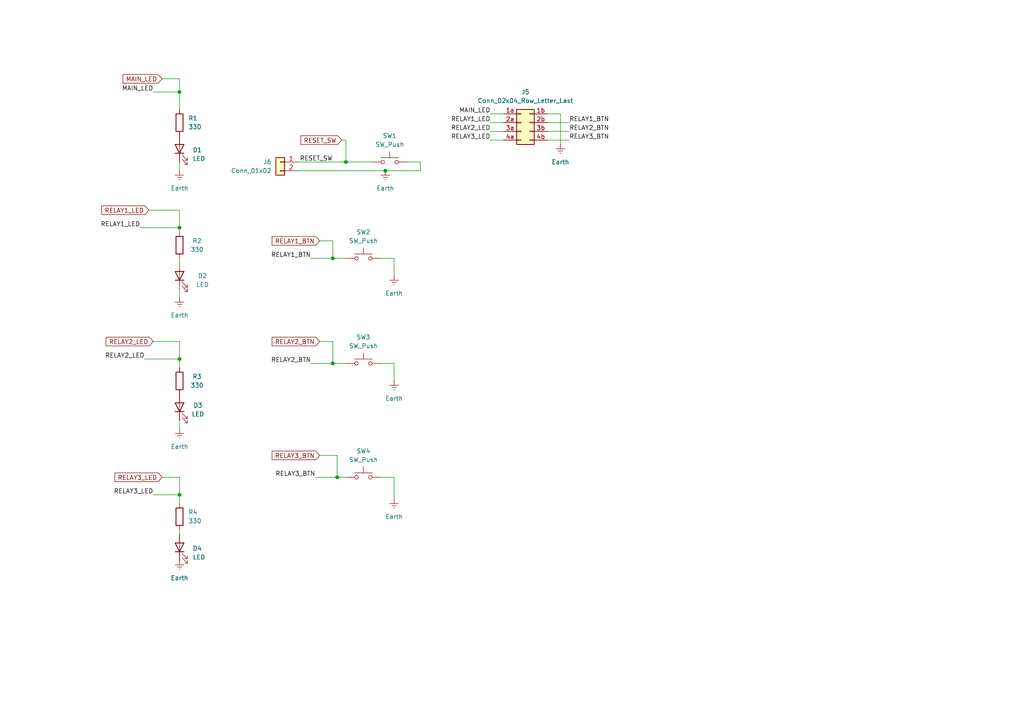
<source format=kicad_sch>
(kicad_sch
	(version 20231120)
	(generator "eeschema")
	(generator_version "8.0")
	(uuid "2201d220-5502-4d36-9172-2a3c6bcce08f")
	(paper "A4")
	(lib_symbols
		(symbol "Connector_Generic:Conn_01x02"
			(pin_names
				(offset 1.016) hide)
			(exclude_from_sim no)
			(in_bom yes)
			(on_board yes)
			(property "Reference" "J"
				(at 0 2.54 0)
				(effects
					(font
						(size 1.27 1.27)
					)
				)
			)
			(property "Value" "Conn_01x02"
				(at 0 -5.08 0)
				(effects
					(font
						(size 1.27 1.27)
					)
				)
			)
			(property "Footprint" ""
				(at 0 0 0)
				(effects
					(font
						(size 1.27 1.27)
					)
					(hide yes)
				)
			)
			(property "Datasheet" "~"
				(at 0 0 0)
				(effects
					(font
						(size 1.27 1.27)
					)
					(hide yes)
				)
			)
			(property "Description" "Generic connector, single row, 01x02, script generated (kicad-library-utils/schlib/autogen/connector/)"
				(at 0 0 0)
				(effects
					(font
						(size 1.27 1.27)
					)
					(hide yes)
				)
			)
			(property "ki_keywords" "connector"
				(at 0 0 0)
				(effects
					(font
						(size 1.27 1.27)
					)
					(hide yes)
				)
			)
			(property "ki_fp_filters" "Connector*:*_1x??_*"
				(at 0 0 0)
				(effects
					(font
						(size 1.27 1.27)
					)
					(hide yes)
				)
			)
			(symbol "Conn_01x02_1_1"
				(rectangle
					(start -1.27 -2.413)
					(end 0 -2.667)
					(stroke
						(width 0.1524)
						(type default)
					)
					(fill
						(type none)
					)
				)
				(rectangle
					(start -1.27 0.127)
					(end 0 -0.127)
					(stroke
						(width 0.1524)
						(type default)
					)
					(fill
						(type none)
					)
				)
				(rectangle
					(start -1.27 1.27)
					(end 1.27 -3.81)
					(stroke
						(width 0.254)
						(type default)
					)
					(fill
						(type background)
					)
				)
				(pin passive line
					(at -5.08 0 0)
					(length 3.81)
					(name "Pin_1"
						(effects
							(font
								(size 1.27 1.27)
							)
						)
					)
					(number "1"
						(effects
							(font
								(size 1.27 1.27)
							)
						)
					)
				)
				(pin passive line
					(at -5.08 -2.54 0)
					(length 3.81)
					(name "Pin_2"
						(effects
							(font
								(size 1.27 1.27)
							)
						)
					)
					(number "2"
						(effects
							(font
								(size 1.27 1.27)
							)
						)
					)
				)
			)
		)
		(symbol "Connector_Generic:Conn_02x04_Row_Letter_Last"
			(pin_names
				(offset 1.016) hide)
			(exclude_from_sim no)
			(in_bom yes)
			(on_board yes)
			(property "Reference" "J"
				(at 1.27 5.08 0)
				(effects
					(font
						(size 1.27 1.27)
					)
				)
			)
			(property "Value" "Conn_02x04_Row_Letter_Last"
				(at 1.27 -7.62 0)
				(effects
					(font
						(size 1.27 1.27)
					)
				)
			)
			(property "Footprint" ""
				(at 0 0 0)
				(effects
					(font
						(size 1.27 1.27)
					)
					(hide yes)
				)
			)
			(property "Datasheet" "~"
				(at 0 0 0)
				(effects
					(font
						(size 1.27 1.27)
					)
					(hide yes)
				)
			)
			(property "Description" "Generic connector, double row, 02x04, row letter last pin numbering scheme (pin number consists of a letter for the row and a number for the pin index in this row. 1a, ..., Na; 1b, ..., Nb)), script generated (kicad-library-utils/schlib/autogen/connector/)"
				(at 0 0 0)
				(effects
					(font
						(size 1.27 1.27)
					)
					(hide yes)
				)
			)
			(property "ki_keywords" "connector"
				(at 0 0 0)
				(effects
					(font
						(size 1.27 1.27)
					)
					(hide yes)
				)
			)
			(property "ki_fp_filters" "Connector*:*_2x??_*"
				(at 0 0 0)
				(effects
					(font
						(size 1.27 1.27)
					)
					(hide yes)
				)
			)
			(symbol "Conn_02x04_Row_Letter_Last_1_1"
				(rectangle
					(start -1.27 -4.953)
					(end 0 -5.207)
					(stroke
						(width 0.1524)
						(type default)
					)
					(fill
						(type none)
					)
				)
				(rectangle
					(start -1.27 -2.413)
					(end 0 -2.667)
					(stroke
						(width 0.1524)
						(type default)
					)
					(fill
						(type none)
					)
				)
				(rectangle
					(start -1.27 0.127)
					(end 0 -0.127)
					(stroke
						(width 0.1524)
						(type default)
					)
					(fill
						(type none)
					)
				)
				(rectangle
					(start -1.27 2.667)
					(end 0 2.413)
					(stroke
						(width 0.1524)
						(type default)
					)
					(fill
						(type none)
					)
				)
				(rectangle
					(start -1.27 3.81)
					(end 3.81 -6.35)
					(stroke
						(width 0.254)
						(type default)
					)
					(fill
						(type background)
					)
				)
				(rectangle
					(start 3.81 -4.953)
					(end 2.54 -5.207)
					(stroke
						(width 0.1524)
						(type default)
					)
					(fill
						(type none)
					)
				)
				(rectangle
					(start 3.81 -2.413)
					(end 2.54 -2.667)
					(stroke
						(width 0.1524)
						(type default)
					)
					(fill
						(type none)
					)
				)
				(rectangle
					(start 3.81 0.127)
					(end 2.54 -0.127)
					(stroke
						(width 0.1524)
						(type default)
					)
					(fill
						(type none)
					)
				)
				(rectangle
					(start 3.81 2.667)
					(end 2.54 2.413)
					(stroke
						(width 0.1524)
						(type default)
					)
					(fill
						(type none)
					)
				)
				(pin passive line
					(at -5.08 2.54 0)
					(length 3.81)
					(name "Pin_1a"
						(effects
							(font
								(size 1.27 1.27)
							)
						)
					)
					(number "1a"
						(effects
							(font
								(size 1.27 1.27)
							)
						)
					)
				)
				(pin passive line
					(at 7.62 2.54 180)
					(length 3.81)
					(name "Pin_1b"
						(effects
							(font
								(size 1.27 1.27)
							)
						)
					)
					(number "1b"
						(effects
							(font
								(size 1.27 1.27)
							)
						)
					)
				)
				(pin passive line
					(at -5.08 0 0)
					(length 3.81)
					(name "Pin_2a"
						(effects
							(font
								(size 1.27 1.27)
							)
						)
					)
					(number "2a"
						(effects
							(font
								(size 1.27 1.27)
							)
						)
					)
				)
				(pin passive line
					(at 7.62 0 180)
					(length 3.81)
					(name "Pin_2b"
						(effects
							(font
								(size 1.27 1.27)
							)
						)
					)
					(number "2b"
						(effects
							(font
								(size 1.27 1.27)
							)
						)
					)
				)
				(pin passive line
					(at -5.08 -2.54 0)
					(length 3.81)
					(name "Pin_3a"
						(effects
							(font
								(size 1.27 1.27)
							)
						)
					)
					(number "3a"
						(effects
							(font
								(size 1.27 1.27)
							)
						)
					)
				)
				(pin passive line
					(at 7.62 -2.54 180)
					(length 3.81)
					(name "Pin_3b"
						(effects
							(font
								(size 1.27 1.27)
							)
						)
					)
					(number "3b"
						(effects
							(font
								(size 1.27 1.27)
							)
						)
					)
				)
				(pin passive line
					(at -5.08 -5.08 0)
					(length 3.81)
					(name "Pin_4a"
						(effects
							(font
								(size 1.27 1.27)
							)
						)
					)
					(number "4a"
						(effects
							(font
								(size 1.27 1.27)
							)
						)
					)
				)
				(pin passive line
					(at 7.62 -5.08 180)
					(length 3.81)
					(name "Pin_4b"
						(effects
							(font
								(size 1.27 1.27)
							)
						)
					)
					(number "4b"
						(effects
							(font
								(size 1.27 1.27)
							)
						)
					)
				)
			)
		)
		(symbol "Device:LED"
			(pin_numbers hide)
			(pin_names
				(offset 1.016) hide)
			(exclude_from_sim no)
			(in_bom yes)
			(on_board yes)
			(property "Reference" "D"
				(at 0 2.54 0)
				(effects
					(font
						(size 1.27 1.27)
					)
				)
			)
			(property "Value" "LED"
				(at 0 -2.54 0)
				(effects
					(font
						(size 1.27 1.27)
					)
				)
			)
			(property "Footprint" ""
				(at 0 0 0)
				(effects
					(font
						(size 1.27 1.27)
					)
					(hide yes)
				)
			)
			(property "Datasheet" "~"
				(at 0 0 0)
				(effects
					(font
						(size 1.27 1.27)
					)
					(hide yes)
				)
			)
			(property "Description" "Light emitting diode"
				(at 0 0 0)
				(effects
					(font
						(size 1.27 1.27)
					)
					(hide yes)
				)
			)
			(property "ki_keywords" "LED diode"
				(at 0 0 0)
				(effects
					(font
						(size 1.27 1.27)
					)
					(hide yes)
				)
			)
			(property "ki_fp_filters" "LED* LED_SMD:* LED_THT:*"
				(at 0 0 0)
				(effects
					(font
						(size 1.27 1.27)
					)
					(hide yes)
				)
			)
			(symbol "LED_0_1"
				(polyline
					(pts
						(xy -1.27 -1.27) (xy -1.27 1.27)
					)
					(stroke
						(width 0.254)
						(type default)
					)
					(fill
						(type none)
					)
				)
				(polyline
					(pts
						(xy -1.27 0) (xy 1.27 0)
					)
					(stroke
						(width 0)
						(type default)
					)
					(fill
						(type none)
					)
				)
				(polyline
					(pts
						(xy 1.27 -1.27) (xy 1.27 1.27) (xy -1.27 0) (xy 1.27 -1.27)
					)
					(stroke
						(width 0.254)
						(type default)
					)
					(fill
						(type none)
					)
				)
				(polyline
					(pts
						(xy -3.048 -0.762) (xy -4.572 -2.286) (xy -3.81 -2.286) (xy -4.572 -2.286) (xy -4.572 -1.524)
					)
					(stroke
						(width 0)
						(type default)
					)
					(fill
						(type none)
					)
				)
				(polyline
					(pts
						(xy -1.778 -0.762) (xy -3.302 -2.286) (xy -2.54 -2.286) (xy -3.302 -2.286) (xy -3.302 -1.524)
					)
					(stroke
						(width 0)
						(type default)
					)
					(fill
						(type none)
					)
				)
			)
			(symbol "LED_1_1"
				(pin passive line
					(at -3.81 0 0)
					(length 2.54)
					(name "K"
						(effects
							(font
								(size 1.27 1.27)
							)
						)
					)
					(number "1"
						(effects
							(font
								(size 1.27 1.27)
							)
						)
					)
				)
				(pin passive line
					(at 3.81 0 180)
					(length 2.54)
					(name "A"
						(effects
							(font
								(size 1.27 1.27)
							)
						)
					)
					(number "2"
						(effects
							(font
								(size 1.27 1.27)
							)
						)
					)
				)
			)
		)
		(symbol "Device:R"
			(pin_numbers hide)
			(pin_names
				(offset 0)
			)
			(exclude_from_sim no)
			(in_bom yes)
			(on_board yes)
			(property "Reference" "R"
				(at 2.032 0 90)
				(effects
					(font
						(size 1.27 1.27)
					)
				)
			)
			(property "Value" "R"
				(at 0 0 90)
				(effects
					(font
						(size 1.27 1.27)
					)
				)
			)
			(property "Footprint" ""
				(at -1.778 0 90)
				(effects
					(font
						(size 1.27 1.27)
					)
					(hide yes)
				)
			)
			(property "Datasheet" "~"
				(at 0 0 0)
				(effects
					(font
						(size 1.27 1.27)
					)
					(hide yes)
				)
			)
			(property "Description" "Resistor"
				(at 0 0 0)
				(effects
					(font
						(size 1.27 1.27)
					)
					(hide yes)
				)
			)
			(property "ki_keywords" "R res resistor"
				(at 0 0 0)
				(effects
					(font
						(size 1.27 1.27)
					)
					(hide yes)
				)
			)
			(property "ki_fp_filters" "R_*"
				(at 0 0 0)
				(effects
					(font
						(size 1.27 1.27)
					)
					(hide yes)
				)
			)
			(symbol "R_0_1"
				(rectangle
					(start -1.016 -2.54)
					(end 1.016 2.54)
					(stroke
						(width 0.254)
						(type default)
					)
					(fill
						(type none)
					)
				)
			)
			(symbol "R_1_1"
				(pin passive line
					(at 0 3.81 270)
					(length 1.27)
					(name "~"
						(effects
							(font
								(size 1.27 1.27)
							)
						)
					)
					(number "1"
						(effects
							(font
								(size 1.27 1.27)
							)
						)
					)
				)
				(pin passive line
					(at 0 -3.81 90)
					(length 1.27)
					(name "~"
						(effects
							(font
								(size 1.27 1.27)
							)
						)
					)
					(number "2"
						(effects
							(font
								(size 1.27 1.27)
							)
						)
					)
				)
			)
		)
		(symbol "Switch:SW_Push"
			(pin_numbers hide)
			(pin_names
				(offset 1.016) hide)
			(exclude_from_sim no)
			(in_bom yes)
			(on_board yes)
			(property "Reference" "SW"
				(at 1.27 2.54 0)
				(effects
					(font
						(size 1.27 1.27)
					)
					(justify left)
				)
			)
			(property "Value" "SW_Push"
				(at 0 -1.524 0)
				(effects
					(font
						(size 1.27 1.27)
					)
				)
			)
			(property "Footprint" ""
				(at 0 5.08 0)
				(effects
					(font
						(size 1.27 1.27)
					)
					(hide yes)
				)
			)
			(property "Datasheet" "~"
				(at 0 5.08 0)
				(effects
					(font
						(size 1.27 1.27)
					)
					(hide yes)
				)
			)
			(property "Description" "Push button switch, generic, two pins"
				(at 0 0 0)
				(effects
					(font
						(size 1.27 1.27)
					)
					(hide yes)
				)
			)
			(property "ki_keywords" "switch normally-open pushbutton push-button"
				(at 0 0 0)
				(effects
					(font
						(size 1.27 1.27)
					)
					(hide yes)
				)
			)
			(symbol "SW_Push_0_1"
				(circle
					(center -2.032 0)
					(radius 0.508)
					(stroke
						(width 0)
						(type default)
					)
					(fill
						(type none)
					)
				)
				(polyline
					(pts
						(xy 0 1.27) (xy 0 3.048)
					)
					(stroke
						(width 0)
						(type default)
					)
					(fill
						(type none)
					)
				)
				(polyline
					(pts
						(xy 2.54 1.27) (xy -2.54 1.27)
					)
					(stroke
						(width 0)
						(type default)
					)
					(fill
						(type none)
					)
				)
				(circle
					(center 2.032 0)
					(radius 0.508)
					(stroke
						(width 0)
						(type default)
					)
					(fill
						(type none)
					)
				)
				(pin passive line
					(at -5.08 0 0)
					(length 2.54)
					(name "1"
						(effects
							(font
								(size 1.27 1.27)
							)
						)
					)
					(number "1"
						(effects
							(font
								(size 1.27 1.27)
							)
						)
					)
				)
				(pin passive line
					(at 5.08 0 180)
					(length 2.54)
					(name "2"
						(effects
							(font
								(size 1.27 1.27)
							)
						)
					)
					(number "2"
						(effects
							(font
								(size 1.27 1.27)
							)
						)
					)
				)
			)
		)
		(symbol "power:Earth"
			(power)
			(pin_numbers hide)
			(pin_names
				(offset 0) hide)
			(exclude_from_sim no)
			(in_bom yes)
			(on_board yes)
			(property "Reference" "#PWR"
				(at 0 -6.35 0)
				(effects
					(font
						(size 1.27 1.27)
					)
					(hide yes)
				)
			)
			(property "Value" "Earth"
				(at 0 -3.81 0)
				(effects
					(font
						(size 1.27 1.27)
					)
				)
			)
			(property "Footprint" ""
				(at 0 0 0)
				(effects
					(font
						(size 1.27 1.27)
					)
					(hide yes)
				)
			)
			(property "Datasheet" "~"
				(at 0 0 0)
				(effects
					(font
						(size 1.27 1.27)
					)
					(hide yes)
				)
			)
			(property "Description" "Power symbol creates a global label with name \"Earth\""
				(at 0 0 0)
				(effects
					(font
						(size 1.27 1.27)
					)
					(hide yes)
				)
			)
			(property "ki_keywords" "global ground gnd"
				(at 0 0 0)
				(effects
					(font
						(size 1.27 1.27)
					)
					(hide yes)
				)
			)
			(symbol "Earth_0_1"
				(polyline
					(pts
						(xy -0.635 -1.905) (xy 0.635 -1.905)
					)
					(stroke
						(width 0)
						(type default)
					)
					(fill
						(type none)
					)
				)
				(polyline
					(pts
						(xy -0.127 -2.54) (xy 0.127 -2.54)
					)
					(stroke
						(width 0)
						(type default)
					)
					(fill
						(type none)
					)
				)
				(polyline
					(pts
						(xy 0 -1.27) (xy 0 0)
					)
					(stroke
						(width 0)
						(type default)
					)
					(fill
						(type none)
					)
				)
				(polyline
					(pts
						(xy 1.27 -1.27) (xy -1.27 -1.27)
					)
					(stroke
						(width 0)
						(type default)
					)
					(fill
						(type none)
					)
				)
			)
			(symbol "Earth_1_1"
				(pin power_in line
					(at 0 0 270)
					(length 0)
					(name "~"
						(effects
							(font
								(size 1.27 1.27)
							)
						)
					)
					(number "1"
						(effects
							(font
								(size 1.27 1.27)
							)
						)
					)
				)
			)
		)
	)
	(junction
		(at 96.52 74.93)
		(diameter 0)
		(color 0 0 0 0)
		(uuid "27e48dac-a365-4333-be9e-341b07da0658")
	)
	(junction
		(at 100.33 46.99)
		(diameter 0)
		(color 0 0 0 0)
		(uuid "30a4f246-e3c8-46d5-a06d-7543aba532e6")
	)
	(junction
		(at 52.07 143.51)
		(diameter 0)
		(color 0 0 0 0)
		(uuid "3f3acabc-9af3-4011-9ba0-76164ab53d91")
	)
	(junction
		(at 52.07 66.04)
		(diameter 0)
		(color 0 0 0 0)
		(uuid "592aa33e-6fcf-4950-9772-25f3462509a2")
	)
	(junction
		(at 97.79 138.43)
		(diameter 0)
		(color 0 0 0 0)
		(uuid "8e7dda66-9ae9-4329-a4f0-aa7a9537d085")
	)
	(junction
		(at 52.07 26.67)
		(diameter 0)
		(color 0 0 0 0)
		(uuid "a3903ae9-f0da-4c62-9117-16a2e5c721ec")
	)
	(junction
		(at 96.52 105.41)
		(diameter 0)
		(color 0 0 0 0)
		(uuid "d5e3735b-f22e-46be-861c-aae1609918a8")
	)
	(junction
		(at 52.07 104.14)
		(diameter 0)
		(color 0 0 0 0)
		(uuid "d73f47bd-7ee2-4516-8a8b-29209e0525a6")
	)
	(junction
		(at 111.76 49.53)
		(diameter 0)
		(color 0 0 0 0)
		(uuid "df6e3985-d5db-40e2-8036-db85db348637")
	)
	(wire
		(pts
			(xy 96.52 69.85) (xy 92.71 69.85)
		)
		(stroke
			(width 0)
			(type default)
		)
		(uuid "00e4d8b3-0c85-422b-8fdb-73547a096a45")
	)
	(wire
		(pts
			(xy 52.07 74.93) (xy 52.07 76.2)
		)
		(stroke
			(width 0)
			(type default)
		)
		(uuid "01cf640a-e17c-490e-b0e9-1612d5873717")
	)
	(wire
		(pts
			(xy 44.45 143.51) (xy 52.07 143.51)
		)
		(stroke
			(width 0)
			(type default)
		)
		(uuid "04a1e8b0-e1ac-4dee-aed6-22b3939028d3")
	)
	(wire
		(pts
			(xy 100.33 40.64) (xy 100.33 46.99)
		)
		(stroke
			(width 0)
			(type default)
		)
		(uuid "0521d067-46ee-4a18-9db8-6739bcaf7088")
	)
	(wire
		(pts
			(xy 52.07 60.96) (xy 52.07 66.04)
		)
		(stroke
			(width 0)
			(type default)
		)
		(uuid "0704805b-2082-402f-a8a8-a5f83efbf13b")
	)
	(wire
		(pts
			(xy 142.24 33.02) (xy 146.05 33.02)
		)
		(stroke
			(width 0)
			(type default)
		)
		(uuid "09a4964b-1035-43b7-883e-234b5fb7e362")
	)
	(wire
		(pts
			(xy 92.71 132.08) (xy 97.79 132.08)
		)
		(stroke
			(width 0)
			(type default)
		)
		(uuid "0a912891-4bdc-416f-b588-a7d2dc9b6c24")
	)
	(wire
		(pts
			(xy 52.07 121.92) (xy 52.07 124.46)
		)
		(stroke
			(width 0)
			(type default)
		)
		(uuid "12b495f4-f0c2-43a6-9adb-c455fc4e9464")
	)
	(wire
		(pts
			(xy 52.07 153.67) (xy 52.07 154.94)
		)
		(stroke
			(width 0)
			(type default)
		)
		(uuid "194562c0-ce47-450b-90ba-b4fe35362dfc")
	)
	(wire
		(pts
			(xy 92.71 99.06) (xy 96.52 99.06)
		)
		(stroke
			(width 0)
			(type default)
		)
		(uuid "1a6d3d8d-73d2-4be7-918e-e70a7eab8a7f")
	)
	(wire
		(pts
			(xy 158.75 33.02) (xy 162.56 33.02)
		)
		(stroke
			(width 0)
			(type default)
		)
		(uuid "1d5e41f7-dfe3-49a9-b79a-986544539fa5")
	)
	(wire
		(pts
			(xy 44.45 99.06) (xy 52.07 99.06)
		)
		(stroke
			(width 0)
			(type default)
		)
		(uuid "1dcf3661-43f9-4abd-bc31-82ee219cd83b")
	)
	(wire
		(pts
			(xy 96.52 69.85) (xy 96.52 74.93)
		)
		(stroke
			(width 0)
			(type default)
		)
		(uuid "267d2a3b-281e-4879-856f-62c61e6cdf9d")
	)
	(wire
		(pts
			(xy 52.07 66.04) (xy 52.07 67.31)
		)
		(stroke
			(width 0)
			(type default)
		)
		(uuid "29ce70cf-a18c-4bfd-9b80-01d814396c75")
	)
	(wire
		(pts
			(xy 121.92 46.99) (xy 121.92 49.53)
		)
		(stroke
			(width 0)
			(type default)
		)
		(uuid "33b6aa7c-f16e-41b2-885b-48b0af184f0b")
	)
	(wire
		(pts
			(xy 44.45 26.67) (xy 52.07 26.67)
		)
		(stroke
			(width 0)
			(type default)
		)
		(uuid "373d0e13-d0e5-41b0-8617-d00eaf198264")
	)
	(wire
		(pts
			(xy 118.11 46.99) (xy 121.92 46.99)
		)
		(stroke
			(width 0)
			(type default)
		)
		(uuid "3c763ea0-6c70-4fb2-b770-f9276141b7ab")
	)
	(wire
		(pts
			(xy 99.06 40.64) (xy 100.33 40.64)
		)
		(stroke
			(width 0)
			(type default)
		)
		(uuid "4054f464-fcad-4cf8-87da-d7d6efc673a8")
	)
	(wire
		(pts
			(xy 110.49 105.41) (xy 114.3 105.41)
		)
		(stroke
			(width 0)
			(type default)
		)
		(uuid "43f7e056-75fb-4f69-b5c2-2f7a70e46532")
	)
	(wire
		(pts
			(xy 52.07 46.99) (xy 52.07 49.53)
		)
		(stroke
			(width 0)
			(type default)
		)
		(uuid "4595754d-bf45-45dd-a6b5-d2f9db0ac455")
	)
	(wire
		(pts
			(xy 52.07 104.14) (xy 52.07 99.06)
		)
		(stroke
			(width 0)
			(type default)
		)
		(uuid "45e4a240-c61a-47bf-a75a-c0ee6a8aae4c")
	)
	(wire
		(pts
			(xy 90.17 105.41) (xy 96.52 105.41)
		)
		(stroke
			(width 0)
			(type default)
		)
		(uuid "4ac5f814-e13d-43a7-b968-18dc5050e770")
	)
	(wire
		(pts
			(xy 91.44 138.43) (xy 97.79 138.43)
		)
		(stroke
			(width 0)
			(type default)
		)
		(uuid "4ecd3e7e-f15a-48d6-98ed-13297185506a")
	)
	(wire
		(pts
			(xy 52.07 143.51) (xy 52.07 146.05)
		)
		(stroke
			(width 0)
			(type default)
		)
		(uuid "4f88d617-b4d7-4765-b81a-4f4ac5e44f59")
	)
	(wire
		(pts
			(xy 96.52 105.41) (xy 100.33 105.41)
		)
		(stroke
			(width 0)
			(type default)
		)
		(uuid "50e6cee4-100a-4c0b-8f1c-cf857ed0ee64")
	)
	(wire
		(pts
			(xy 90.17 74.93) (xy 96.52 74.93)
		)
		(stroke
			(width 0)
			(type default)
		)
		(uuid "612c3c16-4395-44b5-88df-7531a2410595")
	)
	(wire
		(pts
			(xy 52.07 138.43) (xy 52.07 143.51)
		)
		(stroke
			(width 0)
			(type default)
		)
		(uuid "681a80a6-6006-42ca-b5ba-094901bda4a3")
	)
	(wire
		(pts
			(xy 114.3 74.93) (xy 114.3 80.01)
		)
		(stroke
			(width 0)
			(type default)
		)
		(uuid "73e15cf3-2169-4a38-a790-dd84cb6f394e")
	)
	(wire
		(pts
			(xy 86.36 46.99) (xy 100.33 46.99)
		)
		(stroke
			(width 0)
			(type default)
		)
		(uuid "744feab5-7b1a-4cc3-bc36-b6df59bded90")
	)
	(wire
		(pts
			(xy 97.79 138.43) (xy 100.33 138.43)
		)
		(stroke
			(width 0)
			(type default)
		)
		(uuid "879eddbf-2603-44c3-8d97-9db5ee992392")
	)
	(wire
		(pts
			(xy 52.07 106.68) (xy 52.07 104.14)
		)
		(stroke
			(width 0)
			(type default)
		)
		(uuid "8b71e21c-edee-481b-817b-40a5750152cd")
	)
	(wire
		(pts
			(xy 46.99 138.43) (xy 52.07 138.43)
		)
		(stroke
			(width 0)
			(type default)
		)
		(uuid "90d1e9a9-bfd9-48fb-8959-65c2cdec4f72")
	)
	(wire
		(pts
			(xy 46.99 22.86) (xy 52.07 22.86)
		)
		(stroke
			(width 0)
			(type default)
		)
		(uuid "91162d8c-0f0f-46cf-a528-3e39a3a838aa")
	)
	(wire
		(pts
			(xy 52.07 26.67) (xy 52.07 31.75)
		)
		(stroke
			(width 0)
			(type default)
		)
		(uuid "931d2db0-f99e-4b67-abfd-d5e22786c18e")
	)
	(wire
		(pts
			(xy 114.3 138.43) (xy 114.3 144.78)
		)
		(stroke
			(width 0)
			(type default)
		)
		(uuid "a3914caa-22c4-4764-8d96-1e858d1aef08")
	)
	(wire
		(pts
			(xy 158.75 38.1) (xy 165.1 38.1)
		)
		(stroke
			(width 0)
			(type default)
		)
		(uuid "a54054e8-af57-4a68-adaa-e2fca4f5ac81")
	)
	(wire
		(pts
			(xy 110.49 138.43) (xy 114.3 138.43)
		)
		(stroke
			(width 0)
			(type default)
		)
		(uuid "ab619a8f-9abb-4ca6-a966-3e20b5c6ff89")
	)
	(wire
		(pts
			(xy 96.52 99.06) (xy 96.52 105.41)
		)
		(stroke
			(width 0)
			(type default)
		)
		(uuid "b5285eff-b133-49c1-b4a7-3e73f4acba0b")
	)
	(wire
		(pts
			(xy 110.49 74.93) (xy 114.3 74.93)
		)
		(stroke
			(width 0)
			(type default)
		)
		(uuid "c00e0dc7-47b1-4833-ad6d-539f2e685232")
	)
	(wire
		(pts
			(xy 158.75 40.64) (xy 165.1 40.64)
		)
		(stroke
			(width 0)
			(type default)
		)
		(uuid "c083a56c-1a65-477f-adf0-3711a9587899")
	)
	(wire
		(pts
			(xy 43.18 60.96) (xy 52.07 60.96)
		)
		(stroke
			(width 0)
			(type default)
		)
		(uuid "c2580f8e-43d2-4610-8253-06e223cff480")
	)
	(wire
		(pts
			(xy 52.07 22.86) (xy 52.07 26.67)
		)
		(stroke
			(width 0)
			(type default)
		)
		(uuid "c6975af5-be3b-4e0f-b4b6-5ed0aa11b1f8")
	)
	(wire
		(pts
			(xy 142.24 38.1) (xy 146.05 38.1)
		)
		(stroke
			(width 0)
			(type default)
		)
		(uuid "d1e9ac40-a175-444c-863a-34c6635facb1")
	)
	(wire
		(pts
			(xy 158.75 35.56) (xy 165.1 35.56)
		)
		(stroke
			(width 0)
			(type default)
		)
		(uuid "d5692cb5-655a-4c81-82d5-672cb39f5501")
	)
	(wire
		(pts
			(xy 86.36 49.53) (xy 111.76 49.53)
		)
		(stroke
			(width 0)
			(type default)
		)
		(uuid "e2bf9e12-cd27-42d1-a2cc-aa68c9496052")
	)
	(wire
		(pts
			(xy 114.3 105.41) (xy 114.3 110.49)
		)
		(stroke
			(width 0)
			(type default)
		)
		(uuid "e35cfbae-4f31-48a7-b7c3-df57fd00e766")
	)
	(wire
		(pts
			(xy 97.79 132.08) (xy 97.79 138.43)
		)
		(stroke
			(width 0)
			(type default)
		)
		(uuid "e59501a4-2163-4c37-ab21-c6a6f18c0c2f")
	)
	(wire
		(pts
			(xy 111.76 49.53) (xy 121.92 49.53)
		)
		(stroke
			(width 0)
			(type default)
		)
		(uuid "ea3be6aa-1350-40d1-9e8f-67712e598bb9")
	)
	(wire
		(pts
			(xy 142.24 40.64) (xy 146.05 40.64)
		)
		(stroke
			(width 0)
			(type default)
		)
		(uuid "efc1aad4-c3fd-4fc1-8dc5-9708ce9ff333")
	)
	(wire
		(pts
			(xy 40.64 66.04) (xy 52.07 66.04)
		)
		(stroke
			(width 0)
			(type default)
		)
		(uuid "f3441426-bc84-4f09-8c79-e202e75e5734")
	)
	(wire
		(pts
			(xy 41.91 104.14) (xy 52.07 104.14)
		)
		(stroke
			(width 0)
			(type default)
		)
		(uuid "f4ccf0f6-134a-4972-87fd-d08535f3a704")
	)
	(wire
		(pts
			(xy 96.52 74.93) (xy 100.33 74.93)
		)
		(stroke
			(width 0)
			(type default)
		)
		(uuid "f7780373-1232-4fee-8ae0-b808f4855267")
	)
	(wire
		(pts
			(xy 52.07 83.82) (xy 52.07 86.36)
		)
		(stroke
			(width 0)
			(type default)
		)
		(uuid "fbe4fed1-6876-4117-a8f4-c87176e25cc7")
	)
	(wire
		(pts
			(xy 100.33 46.99) (xy 107.95 46.99)
		)
		(stroke
			(width 0)
			(type default)
		)
		(uuid "fc05df8d-1a6d-4ae7-904f-11781490ea38")
	)
	(wire
		(pts
			(xy 162.56 33.02) (xy 162.56 41.91)
		)
		(stroke
			(width 0)
			(type default)
		)
		(uuid "fcbd90d3-3701-478c-8266-f455d9e53b2f")
	)
	(wire
		(pts
			(xy 142.24 35.56) (xy 146.05 35.56)
		)
		(stroke
			(width 0)
			(type default)
		)
		(uuid "ff41e90a-8676-4e7c-a902-4c7c0ac0c99c")
	)
	(label "MAIN_LED"
		(at 44.45 26.67 180)
		(fields_autoplaced yes)
		(effects
			(font
				(size 1.27 1.27)
			)
			(justify right bottom)
		)
		(uuid "103bc17e-7a00-4188-ba83-bd1f85daa6cb")
	)
	(label "RELAY2_LED"
		(at 41.91 104.14 180)
		(fields_autoplaced yes)
		(effects
			(font
				(size 1.27 1.27)
			)
			(justify right bottom)
		)
		(uuid "14351619-49b9-4b1d-a974-2e465d885ef8")
	)
	(label "RELAY2_LED"
		(at 142.24 38.1 180)
		(fields_autoplaced yes)
		(effects
			(font
				(size 1.27 1.27)
			)
			(justify right bottom)
		)
		(uuid "1dcdbcbf-bfdf-4acc-870f-e201e400977c")
	)
	(label "MAIN_LED"
		(at 142.24 33.02 180)
		(fields_autoplaced yes)
		(effects
			(font
				(size 1.27 1.27)
			)
			(justify right bottom)
		)
		(uuid "2d9877bb-792c-4b8b-a316-7ebdf4a60643")
	)
	(label "RELAY3_LED"
		(at 142.24 40.64 180)
		(fields_autoplaced yes)
		(effects
			(font
				(size 1.27 1.27)
			)
			(justify right bottom)
		)
		(uuid "4711e98d-70fd-4a0f-b6f3-b8aca52d7588")
	)
	(label "RESET_SW"
		(at 96.52 46.99 180)
		(fields_autoplaced yes)
		(effects
			(font
				(size 1.27 1.27)
			)
			(justify right bottom)
		)
		(uuid "5f8b039e-6cd5-4a65-82e2-e37ecd9c6cf7")
	)
	(label "RELAY3_LED"
		(at 44.45 143.51 180)
		(fields_autoplaced yes)
		(effects
			(font
				(size 1.27 1.27)
			)
			(justify right bottom)
		)
		(uuid "6a34a100-6966-4762-a105-e7b9e0daa7d6")
	)
	(label "RELAY1_BTN"
		(at 90.17 74.93 180)
		(fields_autoplaced yes)
		(effects
			(font
				(size 1.27 1.27)
			)
			(justify right bottom)
		)
		(uuid "858cc25d-8a01-433d-912e-dc05806682f4")
	)
	(label "RELAY2_BTN"
		(at 165.1 38.1 0)
		(fields_autoplaced yes)
		(effects
			(font
				(size 1.27 1.27)
			)
			(justify left bottom)
		)
		(uuid "bf52076a-df87-4252-b46f-8af301408528")
	)
	(label "RELAY1_LED"
		(at 142.24 35.56 180)
		(fields_autoplaced yes)
		(effects
			(font
				(size 1.27 1.27)
			)
			(justify right bottom)
		)
		(uuid "c821a2f4-0310-4681-8295-4a8b21e31a79")
	)
	(label "RELAY1_LED"
		(at 40.64 66.04 180)
		(fields_autoplaced yes)
		(effects
			(font
				(size 1.27 1.27)
			)
			(justify right bottom)
		)
		(uuid "ca2334bd-987f-4575-92c3-1bac15ccdc3c")
	)
	(label "RELAY1_BTN"
		(at 165.1 35.56 0)
		(fields_autoplaced yes)
		(effects
			(font
				(size 1.27 1.27)
			)
			(justify left bottom)
		)
		(uuid "cd9996f0-db37-47b4-a3d2-806e9b47314b")
	)
	(label "RELAY3_BTN"
		(at 165.1 40.64 0)
		(fields_autoplaced yes)
		(effects
			(font
				(size 1.27 1.27)
			)
			(justify left bottom)
		)
		(uuid "cff189c3-d39c-459c-81d6-039cc67ef448")
	)
	(label "RELAY2_BTN"
		(at 90.17 105.41 180)
		(fields_autoplaced yes)
		(effects
			(font
				(size 1.27 1.27)
			)
			(justify right bottom)
		)
		(uuid "d9ece7df-b051-4a21-9cbb-1055ae54ba07")
	)
	(label "RELAY3_BTN"
		(at 91.44 138.43 180)
		(fields_autoplaced yes)
		(effects
			(font
				(size 1.27 1.27)
			)
			(justify right bottom)
		)
		(uuid "f6fd0edf-2d22-4005-ab21-85a82fc31110")
	)
	(global_label "RELAY1_LED"
		(shape input)
		(at 43.18 60.96 180)
		(fields_autoplaced yes)
		(effects
			(font
				(size 1.27 1.27)
			)
			(justify right)
		)
		(uuid "3f69be08-ebb9-4957-bb9a-bac87fee3643")
		(property "Intersheetrefs" "${INTERSHEET_REFS}"
			(at 28.9463 60.96 0)
			(effects
				(font
					(size 1.27 1.27)
				)
				(justify right)
				(hide yes)
			)
		)
	)
	(global_label "RELAY1_BTN"
		(shape input)
		(at 92.71 69.85 180)
		(fields_autoplaced yes)
		(effects
			(font
				(size 1.27 1.27)
			)
			(justify right)
		)
		(uuid "8842d030-ed78-490f-917e-10b82005ea1e")
		(property "Intersheetrefs" "${INTERSHEET_REFS}"
			(at 78.3553 69.85 0)
			(effects
				(font
					(size 1.27 1.27)
				)
				(justify right)
				(hide yes)
			)
		)
	)
	(global_label "RELAY2_BTN"
		(shape input)
		(at 92.71 99.06 180)
		(fields_autoplaced yes)
		(effects
			(font
				(size 1.27 1.27)
			)
			(justify right)
		)
		(uuid "8d1cf37d-7cdd-412f-a8a8-5c4794ff79b9")
		(property "Intersheetrefs" "${INTERSHEET_REFS}"
			(at 78.3553 99.06 0)
			(effects
				(font
					(size 1.27 1.27)
				)
				(justify right)
				(hide yes)
			)
		)
	)
	(global_label "RELAY3_BTN"
		(shape input)
		(at 92.71 132.08 180)
		(fields_autoplaced yes)
		(effects
			(font
				(size 1.27 1.27)
			)
			(justify right)
		)
		(uuid "94da7334-0d10-4897-b357-724843a94852")
		(property "Intersheetrefs" "${INTERSHEET_REFS}"
			(at 78.3553 132.08 0)
			(effects
				(font
					(size 1.27 1.27)
				)
				(justify right)
				(hide yes)
			)
		)
	)
	(global_label "RESET_SW"
		(shape input)
		(at 99.06 40.64 180)
		(fields_autoplaced yes)
		(effects
			(font
				(size 1.27 1.27)
			)
			(justify right)
		)
		(uuid "b9039295-cf2b-4135-a094-b0e11a8aa43a")
		(property "Intersheetrefs" "${INTERSHEET_REFS}"
			(at 86.7012 40.64 0)
			(effects
				(font
					(size 1.27 1.27)
				)
				(justify right)
				(hide yes)
			)
		)
	)
	(global_label "RELAY3_LED"
		(shape input)
		(at 46.99 138.43 180)
		(fields_autoplaced yes)
		(effects
			(font
				(size 1.27 1.27)
			)
			(justify right)
		)
		(uuid "bfc51277-2194-493c-87c7-a372d9891e99")
		(property "Intersheetrefs" "${INTERSHEET_REFS}"
			(at 32.7563 138.43 0)
			(effects
				(font
					(size 1.27 1.27)
				)
				(justify right)
				(hide yes)
			)
		)
	)
	(global_label "MAIN_LED"
		(shape input)
		(at 46.99 22.86 180)
		(fields_autoplaced yes)
		(effects
			(font
				(size 1.27 1.27)
			)
			(justify right)
		)
		(uuid "db592b3d-16c9-4749-a299-e64f43e88bab")
		(property "Intersheetrefs" "${INTERSHEET_REFS}"
			(at 35.1148 22.86 0)
			(effects
				(font
					(size 1.27 1.27)
				)
				(justify right)
				(hide yes)
			)
		)
	)
	(global_label "RELAY2_LED"
		(shape input)
		(at 44.45 99.06 180)
		(fields_autoplaced yes)
		(effects
			(font
				(size 1.27 1.27)
			)
			(justify right)
		)
		(uuid "e94bd451-fb15-49f4-8af0-ad2343d635d1")
		(property "Intersheetrefs" "${INTERSHEET_REFS}"
			(at 30.2163 99.06 0)
			(effects
				(font
					(size 1.27 1.27)
				)
				(justify right)
				(hide yes)
			)
		)
	)
	(symbol
		(lib_id "power:Earth")
		(at 52.07 124.46 0)
		(unit 1)
		(exclude_from_sim no)
		(in_bom yes)
		(on_board yes)
		(dnp no)
		(fields_autoplaced yes)
		(uuid "01466f41-6ec6-40b4-b146-06cf25ea4f27")
		(property "Reference" "#PWR04"
			(at 52.07 130.81 0)
			(effects
				(font
					(size 1.27 1.27)
				)
				(hide yes)
			)
		)
		(property "Value" "Earth"
			(at 52.07 129.54 0)
			(effects
				(font
					(size 1.27 1.27)
				)
			)
		)
		(property "Footprint" ""
			(at 52.07 124.46 0)
			(effects
				(font
					(size 1.27 1.27)
				)
				(hide yes)
			)
		)
		(property "Datasheet" "~"
			(at 52.07 124.46 0)
			(effects
				(font
					(size 1.27 1.27)
				)
				(hide yes)
			)
		)
		(property "Description" "Power symbol creates a global label with name \"Earth\""
			(at 52.07 124.46 0)
			(effects
				(font
					(size 1.27 1.27)
				)
				(hide yes)
			)
		)
		(pin "1"
			(uuid "c90411cd-8ffc-47bd-9093-30f4d0dd64bd")
		)
		(instances
			(project "esp32_iot_relay"
				(path "/7a608d07-70db-4e84-831f-f8fd5d7ff980/2ada979e-5f80-4f32-9b92-d333892aae35"
					(reference "#PWR04")
					(unit 1)
				)
			)
		)
	)
	(symbol
		(lib_id "Connector_Generic:Conn_01x02")
		(at 81.28 46.99 0)
		(mirror y)
		(unit 1)
		(exclude_from_sim no)
		(in_bom yes)
		(on_board yes)
		(dnp no)
		(uuid "04bb8934-8734-4fd3-80ff-f46ed3828869")
		(property "Reference" "J6"
			(at 78.74 46.9899 0)
			(effects
				(font
					(size 1.27 1.27)
				)
				(justify left)
			)
		)
		(property "Value" "Conn_01x02"
			(at 78.74 49.5299 0)
			(effects
				(font
					(size 1.27 1.27)
				)
				(justify left)
			)
		)
		(property "Footprint" "Connector_PinSocket_2.54mm:PinSocket_1x02_P2.54mm_Vertical"
			(at 81.28 46.99 0)
			(effects
				(font
					(size 1.27 1.27)
				)
				(hide yes)
			)
		)
		(property "Datasheet" "~"
			(at 81.28 46.99 0)
			(effects
				(font
					(size 1.27 1.27)
				)
				(hide yes)
			)
		)
		(property "Description" "Generic connector, single row, 01x02, script generated (kicad-library-utils/schlib/autogen/connector/)"
			(at 81.28 46.99 0)
			(effects
				(font
					(size 1.27 1.27)
				)
				(hide yes)
			)
		)
		(pin "1"
			(uuid "d57de70a-cc28-4cd5-ac46-4ec53d623719")
		)
		(pin "2"
			(uuid "ca67db02-1283-4958-a94a-a41907a1aad5")
		)
		(instances
			(project ""
				(path "/7a608d07-70db-4e84-831f-f8fd5d7ff980/2ada979e-5f80-4f32-9b92-d333892aae35"
					(reference "J6")
					(unit 1)
				)
			)
		)
	)
	(symbol
		(lib_id "Device:LED")
		(at 52.07 80.01 90)
		(unit 1)
		(exclude_from_sim no)
		(in_bom yes)
		(on_board yes)
		(dnp no)
		(uuid "11a0c054-cd8b-42df-9fe7-fa155800306b")
		(property "Reference" "D2"
			(at 58.7375 80.01 90)
			(effects
				(font
					(size 1.27 1.27)
				)
			)
		)
		(property "Value" "LED"
			(at 58.7375 82.55 90)
			(effects
				(font
					(size 1.27 1.27)
				)
			)
		)
		(property "Footprint" "LED_THT:LED_D5.0mm"
			(at 52.07 80.01 0)
			(effects
				(font
					(size 1.27 1.27)
				)
				(hide yes)
			)
		)
		(property "Datasheet" "~"
			(at 52.07 80.01 0)
			(effects
				(font
					(size 1.27 1.27)
				)
				(hide yes)
			)
		)
		(property "Description" "Light emitting diode"
			(at 52.07 80.01 0)
			(effects
				(font
					(size 1.27 1.27)
				)
				(hide yes)
			)
		)
		(pin "1"
			(uuid "a922eea1-14f2-4c53-9fa3-ed4a97e259e9")
		)
		(pin "2"
			(uuid "271a6d26-26e4-47dd-815f-eace9a92b0ad")
		)
		(instances
			(project "esp32_iot_relay"
				(path "/7a608d07-70db-4e84-831f-f8fd5d7ff980/2ada979e-5f80-4f32-9b92-d333892aae35"
					(reference "D2")
					(unit 1)
				)
			)
		)
	)
	(symbol
		(lib_id "Switch:SW_Push")
		(at 105.41 138.43 0)
		(unit 1)
		(exclude_from_sim no)
		(in_bom yes)
		(on_board yes)
		(dnp no)
		(fields_autoplaced yes)
		(uuid "32cf746a-91e6-4db3-89b1-5c9c28acecf7")
		(property "Reference" "SW4"
			(at 105.41 130.81 0)
			(effects
				(font
					(size 1.27 1.27)
				)
			)
		)
		(property "Value" "SW_Push"
			(at 105.41 133.35 0)
			(effects
				(font
					(size 1.27 1.27)
				)
			)
		)
		(property "Footprint" "Button_Switch_THT:SW_PUSH_6mm_H5mm"
			(at 105.41 133.35 0)
			(effects
				(font
					(size 1.27 1.27)
				)
				(hide yes)
			)
		)
		(property "Datasheet" "~"
			(at 105.41 133.35 0)
			(effects
				(font
					(size 1.27 1.27)
				)
				(hide yes)
			)
		)
		(property "Description" "Push button switch, generic, two pins"
			(at 105.41 138.43 0)
			(effects
				(font
					(size 1.27 1.27)
				)
				(hide yes)
			)
		)
		(pin "2"
			(uuid "f8640231-28eb-468b-a678-d4dfdd4763bf")
		)
		(pin "1"
			(uuid "79fa7ca1-8088-433d-9234-01a16eb96d48")
		)
		(instances
			(project "esp32_iot_relay"
				(path "/7a608d07-70db-4e84-831f-f8fd5d7ff980/2ada979e-5f80-4f32-9b92-d333892aae35"
					(reference "SW4")
					(unit 1)
				)
			)
		)
	)
	(symbol
		(lib_id "Device:LED")
		(at 52.07 118.11 90)
		(unit 1)
		(exclude_from_sim no)
		(in_bom yes)
		(on_board yes)
		(dnp no)
		(uuid "3cfe1f4b-124d-45ab-862c-07a51064dff1")
		(property "Reference" "D3"
			(at 57.404 117.602 90)
			(effects
				(font
					(size 1.27 1.27)
				)
			)
		)
		(property "Value" "LED"
			(at 57.404 120.142 90)
			(effects
				(font
					(size 1.27 1.27)
				)
			)
		)
		(property "Footprint" "LED_THT:LED_D5.0mm"
			(at 52.07 118.11 0)
			(effects
				(font
					(size 1.27 1.27)
				)
				(hide yes)
			)
		)
		(property "Datasheet" "~"
			(at 52.07 118.11 0)
			(effects
				(font
					(size 1.27 1.27)
				)
				(hide yes)
			)
		)
		(property "Description" "Light emitting diode"
			(at 52.07 118.11 0)
			(effects
				(font
					(size 1.27 1.27)
				)
				(hide yes)
			)
		)
		(pin "1"
			(uuid "cbf5d148-239e-4b20-9c20-5d5d93cee881")
		)
		(pin "2"
			(uuid "b3b294ad-23a2-4da4-a659-695a93cd57aa")
		)
		(instances
			(project "esp32_iot_relay"
				(path "/7a608d07-70db-4e84-831f-f8fd5d7ff980/2ada979e-5f80-4f32-9b92-d333892aae35"
					(reference "D3")
					(unit 1)
				)
			)
		)
	)
	(symbol
		(lib_id "Device:R")
		(at 52.07 71.12 0)
		(unit 1)
		(exclude_from_sim no)
		(in_bom yes)
		(on_board yes)
		(dnp no)
		(uuid "43bb2032-45ed-4066-a5ba-a61458975150")
		(property "Reference" "R2"
			(at 57.15 69.85 0)
			(effects
				(font
					(size 1.27 1.27)
				)
			)
		)
		(property "Value" "330"
			(at 57.15 72.39 0)
			(effects
				(font
					(size 1.27 1.27)
				)
			)
		)
		(property "Footprint" "Resistor_THT:R_Axial_DIN0207_L6.3mm_D2.5mm_P10.16mm_Horizontal"
			(at 50.292 71.12 90)
			(effects
				(font
					(size 1.27 1.27)
				)
				(hide yes)
			)
		)
		(property "Datasheet" "~"
			(at 52.07 71.12 0)
			(effects
				(font
					(size 1.27 1.27)
				)
				(hide yes)
			)
		)
		(property "Description" "Resistor"
			(at 52.07 71.12 0)
			(effects
				(font
					(size 1.27 1.27)
				)
				(hide yes)
			)
		)
		(pin "1"
			(uuid "54a328a8-7481-4a41-bddc-9b7f280429df")
		)
		(pin "2"
			(uuid "331197b5-6387-422a-9044-53fccfd5c7ac")
		)
		(instances
			(project "esp32_iot_relay"
				(path "/7a608d07-70db-4e84-831f-f8fd5d7ff980/2ada979e-5f80-4f32-9b92-d333892aae35"
					(reference "R2")
					(unit 1)
				)
			)
		)
	)
	(symbol
		(lib_id "power:Earth")
		(at 52.07 162.56 0)
		(unit 1)
		(exclude_from_sim no)
		(in_bom yes)
		(on_board yes)
		(dnp no)
		(fields_autoplaced yes)
		(uuid "4b142d27-890e-4c78-9cc3-85020a2061d0")
		(property "Reference" "#PWR05"
			(at 52.07 168.91 0)
			(effects
				(font
					(size 1.27 1.27)
				)
				(hide yes)
			)
		)
		(property "Value" "Earth"
			(at 52.07 167.64 0)
			(effects
				(font
					(size 1.27 1.27)
				)
			)
		)
		(property "Footprint" ""
			(at 52.07 162.56 0)
			(effects
				(font
					(size 1.27 1.27)
				)
				(hide yes)
			)
		)
		(property "Datasheet" "~"
			(at 52.07 162.56 0)
			(effects
				(font
					(size 1.27 1.27)
				)
				(hide yes)
			)
		)
		(property "Description" "Power symbol creates a global label with name \"Earth\""
			(at 52.07 162.56 0)
			(effects
				(font
					(size 1.27 1.27)
				)
				(hide yes)
			)
		)
		(pin "1"
			(uuid "74c7ba71-e5f2-466a-884c-220d0e5c284a")
		)
		(instances
			(project "esp32_iot_relay"
				(path "/7a608d07-70db-4e84-831f-f8fd5d7ff980/2ada979e-5f80-4f32-9b92-d333892aae35"
					(reference "#PWR05")
					(unit 1)
				)
			)
		)
	)
	(symbol
		(lib_id "Device:R")
		(at 52.07 110.49 0)
		(unit 1)
		(exclude_from_sim no)
		(in_bom yes)
		(on_board yes)
		(dnp no)
		(uuid "5573bc24-312c-4475-bb50-3c8c8c7f9bcd")
		(property "Reference" "R3"
			(at 57.15 109.22 0)
			(effects
				(font
					(size 1.27 1.27)
				)
			)
		)
		(property "Value" "330"
			(at 57.15 111.76 0)
			(effects
				(font
					(size 1.27 1.27)
				)
			)
		)
		(property "Footprint" "Resistor_THT:R_Axial_DIN0207_L6.3mm_D2.5mm_P10.16mm_Horizontal"
			(at 50.292 110.49 90)
			(effects
				(font
					(size 1.27 1.27)
				)
				(hide yes)
			)
		)
		(property "Datasheet" "~"
			(at 52.07 110.49 0)
			(effects
				(font
					(size 1.27 1.27)
				)
				(hide yes)
			)
		)
		(property "Description" "Resistor"
			(at 52.07 110.49 0)
			(effects
				(font
					(size 1.27 1.27)
				)
				(hide yes)
			)
		)
		(pin "1"
			(uuid "7dc29c52-c256-42ab-99f7-fc9085d6ff42")
		)
		(pin "2"
			(uuid "723c453f-a155-434b-8e85-660e48680de5")
		)
		(instances
			(project "esp32_iot_relay"
				(path "/7a608d07-70db-4e84-831f-f8fd5d7ff980/2ada979e-5f80-4f32-9b92-d333892aae35"
					(reference "R3")
					(unit 1)
				)
			)
		)
	)
	(symbol
		(lib_id "Switch:SW_Push")
		(at 105.41 105.41 0)
		(unit 1)
		(exclude_from_sim no)
		(in_bom yes)
		(on_board yes)
		(dnp no)
		(fields_autoplaced yes)
		(uuid "764f0717-8109-40f6-9885-93fe3112f199")
		(property "Reference" "SW3"
			(at 105.41 97.79 0)
			(effects
				(font
					(size 1.27 1.27)
				)
			)
		)
		(property "Value" "SW_Push"
			(at 105.41 100.33 0)
			(effects
				(font
					(size 1.27 1.27)
				)
			)
		)
		(property "Footprint" "Button_Switch_THT:SW_PUSH_6mm_H5mm"
			(at 105.41 100.33 0)
			(effects
				(font
					(size 1.27 1.27)
				)
				(hide yes)
			)
		)
		(property "Datasheet" "~"
			(at 105.41 100.33 0)
			(effects
				(font
					(size 1.27 1.27)
				)
				(hide yes)
			)
		)
		(property "Description" "Push button switch, generic, two pins"
			(at 105.41 105.41 0)
			(effects
				(font
					(size 1.27 1.27)
				)
				(hide yes)
			)
		)
		(pin "2"
			(uuid "456e519a-75c3-42aa-a8ee-a49ba850b2db")
		)
		(pin "1"
			(uuid "434ea045-9d72-42e8-963a-755c4c1980af")
		)
		(instances
			(project "esp32_iot_relay"
				(path "/7a608d07-70db-4e84-831f-f8fd5d7ff980/2ada979e-5f80-4f32-9b92-d333892aae35"
					(reference "SW3")
					(unit 1)
				)
			)
		)
	)
	(symbol
		(lib_id "Switch:SW_Push")
		(at 113.03 46.99 0)
		(unit 1)
		(exclude_from_sim no)
		(in_bom yes)
		(on_board yes)
		(dnp no)
		(fields_autoplaced yes)
		(uuid "7f52a145-4eb7-4d52-9402-0bb19d54b27f")
		(property "Reference" "SW1"
			(at 113.03 39.37 0)
			(effects
				(font
					(size 1.27 1.27)
				)
			)
		)
		(property "Value" "SW_Push"
			(at 113.03 41.91 0)
			(effects
				(font
					(size 1.27 1.27)
				)
			)
		)
		(property "Footprint" "Button_Switch_THT:SW_PUSH_6mm_H5mm"
			(at 113.03 41.91 0)
			(effects
				(font
					(size 1.27 1.27)
				)
				(hide yes)
			)
		)
		(property "Datasheet" "~"
			(at 113.03 41.91 0)
			(effects
				(font
					(size 1.27 1.27)
				)
				(hide yes)
			)
		)
		(property "Description" "Push button switch, generic, two pins"
			(at 113.03 46.99 0)
			(effects
				(font
					(size 1.27 1.27)
				)
				(hide yes)
			)
		)
		(pin "2"
			(uuid "dfe3a2d5-dac1-46f1-bf2d-fe71b8a07b1a")
		)
		(pin "1"
			(uuid "0c12adf5-ba1f-4b90-a1d2-cbbd9ba97a6e")
		)
		(instances
			(project "esp32_iot_relay"
				(path "/7a608d07-70db-4e84-831f-f8fd5d7ff980/2ada979e-5f80-4f32-9b92-d333892aae35"
					(reference "SW1")
					(unit 1)
				)
			)
		)
	)
	(symbol
		(lib_id "Connector_Generic:Conn_02x04_Row_Letter_Last")
		(at 151.13 35.56 0)
		(unit 1)
		(exclude_from_sim no)
		(in_bom yes)
		(on_board yes)
		(dnp no)
		(fields_autoplaced yes)
		(uuid "808b32b4-1549-46d2-964a-e2468cf61112")
		(property "Reference" "J5"
			(at 152.4 26.67 0)
			(effects
				(font
					(size 1.27 1.27)
				)
			)
		)
		(property "Value" "Conn_02x04_Row_Letter_Last"
			(at 152.4 29.21 0)
			(effects
				(font
					(size 1.27 1.27)
				)
			)
		)
		(property "Footprint" "alphabetical_pin_headers:PinHeader_2x04_P2.54mm_Vertical_alphabetical"
			(at 151.13 35.56 0)
			(effects
				(font
					(size 1.27 1.27)
				)
				(hide yes)
			)
		)
		(property "Datasheet" "~"
			(at 151.13 35.56 0)
			(effects
				(font
					(size 1.27 1.27)
				)
				(hide yes)
			)
		)
		(property "Description" "Generic connector, double row, 02x04, row letter last pin numbering scheme (pin number consists of a letter for the row and a number for the pin index in this row. 1a, ..., Na; 1b, ..., Nb)), script generated (kicad-library-utils/schlib/autogen/connector/)"
			(at 151.13 35.56 0)
			(effects
				(font
					(size 1.27 1.27)
				)
				(hide yes)
			)
		)
		(pin "1a"
			(uuid "2711348b-14b9-4737-8ca0-36a6a0619313")
		)
		(pin "3b"
			(uuid "ae14117f-d52a-4753-aa58-c18964f68290")
		)
		(pin "3a"
			(uuid "67f81d8a-bf63-4479-98cd-4633844e2436")
		)
		(pin "1b"
			(uuid "e42857cd-af0a-41d0-b6a6-ad2950d529e4")
		)
		(pin "2b"
			(uuid "3e2c46da-2d93-4d27-92da-072af7fe7f01")
		)
		(pin "4a"
			(uuid "8bbbeaac-ae53-4d74-b3e3-7b4f17719831")
		)
		(pin "4b"
			(uuid "b6e2cf96-3906-4896-a745-315549333cb9")
		)
		(pin "2a"
			(uuid "4225985f-155e-4ef8-ab01-89c552777849")
		)
		(instances
			(project ""
				(path "/7a608d07-70db-4e84-831f-f8fd5d7ff980/2ada979e-5f80-4f32-9b92-d333892aae35"
					(reference "J5")
					(unit 1)
				)
			)
		)
	)
	(symbol
		(lib_id "power:Earth")
		(at 52.07 86.36 0)
		(unit 1)
		(exclude_from_sim no)
		(in_bom yes)
		(on_board yes)
		(dnp no)
		(fields_autoplaced yes)
		(uuid "85450cbc-bc49-45ee-931c-c97566ddaaca")
		(property "Reference" "#PWR03"
			(at 52.07 92.71 0)
			(effects
				(font
					(size 1.27 1.27)
				)
				(hide yes)
			)
		)
		(property "Value" "Earth"
			(at 52.07 91.44 0)
			(effects
				(font
					(size 1.27 1.27)
				)
			)
		)
		(property "Footprint" ""
			(at 52.07 86.36 0)
			(effects
				(font
					(size 1.27 1.27)
				)
				(hide yes)
			)
		)
		(property "Datasheet" "~"
			(at 52.07 86.36 0)
			(effects
				(font
					(size 1.27 1.27)
				)
				(hide yes)
			)
		)
		(property "Description" "Power symbol creates a global label with name \"Earth\""
			(at 52.07 86.36 0)
			(effects
				(font
					(size 1.27 1.27)
				)
				(hide yes)
			)
		)
		(pin "1"
			(uuid "49ce4a31-33bb-4604-b334-f69e451958c4")
		)
		(instances
			(project "esp32_iot_relay"
				(path "/7a608d07-70db-4e84-831f-f8fd5d7ff980/2ada979e-5f80-4f32-9b92-d333892aae35"
					(reference "#PWR03")
					(unit 1)
				)
			)
		)
	)
	(symbol
		(lib_id "power:Earth")
		(at 114.3 144.78 0)
		(unit 1)
		(exclude_from_sim no)
		(in_bom yes)
		(on_board yes)
		(dnp no)
		(fields_autoplaced yes)
		(uuid "88eb5390-362c-4ab8-ba82-3a1a521e88ee")
		(property "Reference" "#PWR09"
			(at 114.3 151.13 0)
			(effects
				(font
					(size 1.27 1.27)
				)
				(hide yes)
			)
		)
		(property "Value" "Earth"
			(at 114.3 149.86 0)
			(effects
				(font
					(size 1.27 1.27)
				)
			)
		)
		(property "Footprint" ""
			(at 114.3 144.78 0)
			(effects
				(font
					(size 1.27 1.27)
				)
				(hide yes)
			)
		)
		(property "Datasheet" "~"
			(at 114.3 144.78 0)
			(effects
				(font
					(size 1.27 1.27)
				)
				(hide yes)
			)
		)
		(property "Description" "Power symbol creates a global label with name \"Earth\""
			(at 114.3 144.78 0)
			(effects
				(font
					(size 1.27 1.27)
				)
				(hide yes)
			)
		)
		(pin "1"
			(uuid "c81cb539-7d9f-472e-933a-96f7f273f8f5")
		)
		(instances
			(project "esp32_iot_relay"
				(path "/7a608d07-70db-4e84-831f-f8fd5d7ff980/2ada979e-5f80-4f32-9b92-d333892aae35"
					(reference "#PWR09")
					(unit 1)
				)
			)
		)
	)
	(symbol
		(lib_id "Switch:SW_Push")
		(at 105.41 74.93 0)
		(unit 1)
		(exclude_from_sim no)
		(in_bom yes)
		(on_board yes)
		(dnp no)
		(fields_autoplaced yes)
		(uuid "8c84d28d-4803-46b5-89d4-442b655a4922")
		(property "Reference" "SW2"
			(at 105.41 67.31 0)
			(effects
				(font
					(size 1.27 1.27)
				)
			)
		)
		(property "Value" "SW_Push"
			(at 105.41 69.85 0)
			(effects
				(font
					(size 1.27 1.27)
				)
			)
		)
		(property "Footprint" "Button_Switch_THT:SW_PUSH_6mm_H5mm"
			(at 105.41 69.85 0)
			(effects
				(font
					(size 1.27 1.27)
				)
				(hide yes)
			)
		)
		(property "Datasheet" "~"
			(at 105.41 69.85 0)
			(effects
				(font
					(size 1.27 1.27)
				)
				(hide yes)
			)
		)
		(property "Description" "Push button switch, generic, two pins"
			(at 105.41 74.93 0)
			(effects
				(font
					(size 1.27 1.27)
				)
				(hide yes)
			)
		)
		(pin "2"
			(uuid "659a32b2-826f-4ddc-bf8b-49f72fe1960c")
		)
		(pin "1"
			(uuid "144d6aef-5f70-4f88-9dc9-6867b598abfd")
		)
		(instances
			(project "esp32_iot_relay"
				(path "/7a608d07-70db-4e84-831f-f8fd5d7ff980/2ada979e-5f80-4f32-9b92-d333892aae35"
					(reference "SW2")
					(unit 1)
				)
			)
		)
	)
	(symbol
		(lib_id "power:Earth")
		(at 114.3 80.01 0)
		(unit 1)
		(exclude_from_sim no)
		(in_bom yes)
		(on_board yes)
		(dnp no)
		(fields_autoplaced yes)
		(uuid "9aea8e83-d901-4456-8265-0bb9412fc31d")
		(property "Reference" "#PWR07"
			(at 114.3 86.36 0)
			(effects
				(font
					(size 1.27 1.27)
				)
				(hide yes)
			)
		)
		(property "Value" "Earth"
			(at 114.3 85.09 0)
			(effects
				(font
					(size 1.27 1.27)
				)
			)
		)
		(property "Footprint" ""
			(at 114.3 80.01 0)
			(effects
				(font
					(size 1.27 1.27)
				)
				(hide yes)
			)
		)
		(property "Datasheet" "~"
			(at 114.3 80.01 0)
			(effects
				(font
					(size 1.27 1.27)
				)
				(hide yes)
			)
		)
		(property "Description" "Power symbol creates a global label with name \"Earth\""
			(at 114.3 80.01 0)
			(effects
				(font
					(size 1.27 1.27)
				)
				(hide yes)
			)
		)
		(pin "1"
			(uuid "c8c6a8bc-ad5d-494e-8856-1abedc1e8abe")
		)
		(instances
			(project "esp32_iot_relay"
				(path "/7a608d07-70db-4e84-831f-f8fd5d7ff980/2ada979e-5f80-4f32-9b92-d333892aae35"
					(reference "#PWR07")
					(unit 1)
				)
			)
		)
	)
	(symbol
		(lib_id "Device:LED")
		(at 52.07 158.75 90)
		(unit 1)
		(exclude_from_sim no)
		(in_bom yes)
		(on_board yes)
		(dnp no)
		(fields_autoplaced yes)
		(uuid "a1402b96-cffd-4db8-a8a9-44bb621a8aaa")
		(property "Reference" "D4"
			(at 55.88 159.0674 90)
			(effects
				(font
					(size 1.27 1.27)
				)
				(justify right)
			)
		)
		(property "Value" "LED"
			(at 55.88 161.6074 90)
			(effects
				(font
					(size 1.27 1.27)
				)
				(justify right)
			)
		)
		(property "Footprint" "LED_THT:LED_D5.0mm"
			(at 52.07 158.75 0)
			(effects
				(font
					(size 1.27 1.27)
				)
				(hide yes)
			)
		)
		(property "Datasheet" "~"
			(at 52.07 158.75 0)
			(effects
				(font
					(size 1.27 1.27)
				)
				(hide yes)
			)
		)
		(property "Description" "Light emitting diode"
			(at 52.07 158.75 0)
			(effects
				(font
					(size 1.27 1.27)
				)
				(hide yes)
			)
		)
		(pin "1"
			(uuid "43e2187e-479d-40f4-a2b7-8a1957121278")
		)
		(pin "2"
			(uuid "97d54c87-f345-4785-ba95-d542e487016c")
		)
		(instances
			(project "esp32_iot_relay"
				(path "/7a608d07-70db-4e84-831f-f8fd5d7ff980/2ada979e-5f80-4f32-9b92-d333892aae35"
					(reference "D4")
					(unit 1)
				)
			)
		)
	)
	(symbol
		(lib_id "power:Earth")
		(at 162.56 41.91 0)
		(unit 1)
		(exclude_from_sim no)
		(in_bom yes)
		(on_board yes)
		(dnp no)
		(fields_autoplaced yes)
		(uuid "a3fef294-c192-46c2-98d2-a23970d03c54")
		(property "Reference" "#PWR06"
			(at 162.56 48.26 0)
			(effects
				(font
					(size 1.27 1.27)
				)
				(hide yes)
			)
		)
		(property "Value" "Earth"
			(at 162.56 46.99 0)
			(effects
				(font
					(size 1.27 1.27)
				)
			)
		)
		(property "Footprint" ""
			(at 162.56 41.91 0)
			(effects
				(font
					(size 1.27 1.27)
				)
				(hide yes)
			)
		)
		(property "Datasheet" "~"
			(at 162.56 41.91 0)
			(effects
				(font
					(size 1.27 1.27)
				)
				(hide yes)
			)
		)
		(property "Description" "Power symbol creates a global label with name \"Earth\""
			(at 162.56 41.91 0)
			(effects
				(font
					(size 1.27 1.27)
				)
				(hide yes)
			)
		)
		(pin "1"
			(uuid "38a11bce-4b19-42cb-a30b-fc2706a511cc")
		)
		(instances
			(project "esp32_iot_relay"
				(path "/7a608d07-70db-4e84-831f-f8fd5d7ff980/2ada979e-5f80-4f32-9b92-d333892aae35"
					(reference "#PWR06")
					(unit 1)
				)
			)
		)
	)
	(symbol
		(lib_id "power:Earth")
		(at 111.76 49.53 0)
		(unit 1)
		(exclude_from_sim no)
		(in_bom yes)
		(on_board yes)
		(dnp no)
		(fields_autoplaced yes)
		(uuid "a81b96c4-535c-4404-9732-47a2bb4bfea6")
		(property "Reference" "#PWR017"
			(at 111.76 55.88 0)
			(effects
				(font
					(size 1.27 1.27)
				)
				(hide yes)
			)
		)
		(property "Value" "Earth"
			(at 111.76 54.61 0)
			(effects
				(font
					(size 1.27 1.27)
				)
			)
		)
		(property "Footprint" ""
			(at 111.76 49.53 0)
			(effects
				(font
					(size 1.27 1.27)
				)
				(hide yes)
			)
		)
		(property "Datasheet" "~"
			(at 111.76 49.53 0)
			(effects
				(font
					(size 1.27 1.27)
				)
				(hide yes)
			)
		)
		(property "Description" "Power symbol creates a global label with name \"Earth\""
			(at 111.76 49.53 0)
			(effects
				(font
					(size 1.27 1.27)
				)
				(hide yes)
			)
		)
		(pin "1"
			(uuid "cd6c349b-043a-47e9-8b35-6d82efed8b67")
		)
		(instances
			(project "esp32_iot_relay"
				(path "/7a608d07-70db-4e84-831f-f8fd5d7ff980/2ada979e-5f80-4f32-9b92-d333892aae35"
					(reference "#PWR017")
					(unit 1)
				)
			)
		)
	)
	(symbol
		(lib_id "power:Earth")
		(at 52.07 49.53 0)
		(unit 1)
		(exclude_from_sim no)
		(in_bom yes)
		(on_board yes)
		(dnp no)
		(fields_autoplaced yes)
		(uuid "a8641797-6905-4aaa-b560-af03184fc10f")
		(property "Reference" "#PWR01"
			(at 52.07 55.88 0)
			(effects
				(font
					(size 1.27 1.27)
				)
				(hide yes)
			)
		)
		(property "Value" "Earth"
			(at 52.07 54.61 0)
			(effects
				(font
					(size 1.27 1.27)
				)
			)
		)
		(property "Footprint" ""
			(at 52.07 49.53 0)
			(effects
				(font
					(size 1.27 1.27)
				)
				(hide yes)
			)
		)
		(property "Datasheet" "~"
			(at 52.07 49.53 0)
			(effects
				(font
					(size 1.27 1.27)
				)
				(hide yes)
			)
		)
		(property "Description" "Power symbol creates a global label with name \"Earth\""
			(at 52.07 49.53 0)
			(effects
				(font
					(size 1.27 1.27)
				)
				(hide yes)
			)
		)
		(pin "1"
			(uuid "d8b42b15-3433-4978-8217-73d5db2863e6")
		)
		(instances
			(project "esp32_iot_relay"
				(path "/7a608d07-70db-4e84-831f-f8fd5d7ff980/2ada979e-5f80-4f32-9b92-d333892aae35"
					(reference "#PWR01")
					(unit 1)
				)
			)
		)
	)
	(symbol
		(lib_id "power:Earth")
		(at 114.3 110.49 0)
		(unit 1)
		(exclude_from_sim no)
		(in_bom yes)
		(on_board yes)
		(dnp no)
		(fields_autoplaced yes)
		(uuid "c2d19936-ec6d-49b3-9cd6-b689c5080c7a")
		(property "Reference" "#PWR08"
			(at 114.3 116.84 0)
			(effects
				(font
					(size 1.27 1.27)
				)
				(hide yes)
			)
		)
		(property "Value" "Earth"
			(at 114.3 115.57 0)
			(effects
				(font
					(size 1.27 1.27)
				)
			)
		)
		(property "Footprint" ""
			(at 114.3 110.49 0)
			(effects
				(font
					(size 1.27 1.27)
				)
				(hide yes)
			)
		)
		(property "Datasheet" "~"
			(at 114.3 110.49 0)
			(effects
				(font
					(size 1.27 1.27)
				)
				(hide yes)
			)
		)
		(property "Description" "Power symbol creates a global label with name \"Earth\""
			(at 114.3 110.49 0)
			(effects
				(font
					(size 1.27 1.27)
				)
				(hide yes)
			)
		)
		(pin "1"
			(uuid "0492b92f-f726-4f8d-8efa-5b0d484ebd3a")
		)
		(instances
			(project "esp32_iot_relay"
				(path "/7a608d07-70db-4e84-831f-f8fd5d7ff980/2ada979e-5f80-4f32-9b92-d333892aae35"
					(reference "#PWR08")
					(unit 1)
				)
			)
		)
	)
	(symbol
		(lib_id "Device:R")
		(at 52.07 35.56 180)
		(unit 1)
		(exclude_from_sim no)
		(in_bom yes)
		(on_board yes)
		(dnp no)
		(fields_autoplaced yes)
		(uuid "cabea88d-6aca-4ab5-8fc6-c23523083a7b")
		(property "Reference" "R1"
			(at 54.61 34.2899 0)
			(effects
				(font
					(size 1.27 1.27)
				)
				(justify right)
			)
		)
		(property "Value" "330"
			(at 54.61 36.8299 0)
			(effects
				(font
					(size 1.27 1.27)
				)
				(justify right)
			)
		)
		(property "Footprint" "Resistor_THT:R_Axial_DIN0207_L6.3mm_D2.5mm_P10.16mm_Horizontal"
			(at 53.848 35.56 90)
			(effects
				(font
					(size 1.27 1.27)
				)
				(hide yes)
			)
		)
		(property "Datasheet" "~"
			(at 52.07 35.56 0)
			(effects
				(font
					(size 1.27 1.27)
				)
				(hide yes)
			)
		)
		(property "Description" "Resistor"
			(at 52.07 35.56 0)
			(effects
				(font
					(size 1.27 1.27)
				)
				(hide yes)
			)
		)
		(pin "1"
			(uuid "9a0908c7-365e-4529-9d7c-0a06d2abe7f4")
		)
		(pin "2"
			(uuid "a35c5b66-ec60-4297-9ad8-f510ad8fa8a9")
		)
		(instances
			(project "esp32_iot_relay"
				(path "/7a608d07-70db-4e84-831f-f8fd5d7ff980/2ada979e-5f80-4f32-9b92-d333892aae35"
					(reference "R1")
					(unit 1)
				)
			)
		)
	)
	(symbol
		(lib_id "Device:R")
		(at 52.07 149.86 180)
		(unit 1)
		(exclude_from_sim no)
		(in_bom yes)
		(on_board yes)
		(dnp no)
		(fields_autoplaced yes)
		(uuid "ebcd3b81-037e-4ff6-a9b2-3549bcc59e3a")
		(property "Reference" "R4"
			(at 54.61 148.5899 0)
			(effects
				(font
					(size 1.27 1.27)
				)
				(justify right)
			)
		)
		(property "Value" "330"
			(at 54.61 151.1299 0)
			(effects
				(font
					(size 1.27 1.27)
				)
				(justify right)
			)
		)
		(property "Footprint" "Resistor_THT:R_Axial_DIN0207_L6.3mm_D2.5mm_P10.16mm_Horizontal"
			(at 53.848 149.86 90)
			(effects
				(font
					(size 1.27 1.27)
				)
				(hide yes)
			)
		)
		(property "Datasheet" "~"
			(at 52.07 149.86 0)
			(effects
				(font
					(size 1.27 1.27)
				)
				(hide yes)
			)
		)
		(property "Description" "Resistor"
			(at 52.07 149.86 0)
			(effects
				(font
					(size 1.27 1.27)
				)
				(hide yes)
			)
		)
		(pin "1"
			(uuid "f3c8c27e-fe83-4277-bc53-023d171783b5")
		)
		(pin "2"
			(uuid "5621dd29-7a44-4ec8-9bb2-945754c33828")
		)
		(instances
			(project "esp32_iot_relay"
				(path "/7a608d07-70db-4e84-831f-f8fd5d7ff980/2ada979e-5f80-4f32-9b92-d333892aae35"
					(reference "R4")
					(unit 1)
				)
			)
		)
	)
	(symbol
		(lib_id "Device:LED")
		(at 52.07 43.18 90)
		(unit 1)
		(exclude_from_sim no)
		(in_bom yes)
		(on_board yes)
		(dnp no)
		(fields_autoplaced yes)
		(uuid "fa78038b-ccb0-4da2-934d-ad08edf60fa7")
		(property "Reference" "D1"
			(at 55.88 43.4974 90)
			(effects
				(font
					(size 1.27 1.27)
				)
				(justify right)
			)
		)
		(property "Value" "LED"
			(at 55.88 46.0374 90)
			(effects
				(font
					(size 1.27 1.27)
				)
				(justify right)
			)
		)
		(property "Footprint" "LED_THT:LED_D5.0mm"
			(at 52.07 43.18 0)
			(effects
				(font
					(size 1.27 1.27)
				)
				(hide yes)
			)
		)
		(property "Datasheet" "~"
			(at 52.07 43.18 0)
			(effects
				(font
					(size 1.27 1.27)
				)
				(hide yes)
			)
		)
		(property "Description" "Light emitting diode"
			(at 52.07 43.18 0)
			(effects
				(font
					(size 1.27 1.27)
				)
				(hide yes)
			)
		)
		(pin "1"
			(uuid "25026f6d-e832-446b-8fae-faf9a13a97ab")
		)
		(pin "2"
			(uuid "3f003012-6fda-4418-873f-67b70dbaafe8")
		)
		(instances
			(project "esp32_iot_relay"
				(path "/7a608d07-70db-4e84-831f-f8fd5d7ff980/2ada979e-5f80-4f32-9b92-d333892aae35"
					(reference "D1")
					(unit 1)
				)
			)
		)
	)
)

</source>
